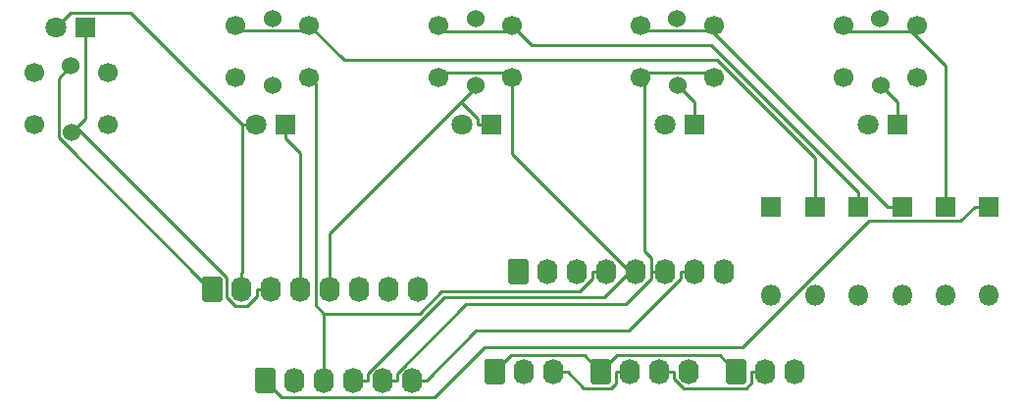
<source format=gbr>
G04 #@! TF.GenerationSoftware,KiCad,Pcbnew,(5.1.5-0-10_14)*
G04 #@! TF.CreationDate,2021-10-24T14:20:49+10:00*
G04 #@! TF.ProjectId,RWR_Control_Panel,5257525f-436f-46e7-9472-6f6c5f50616e,-*
G04 #@! TF.SameCoordinates,Original*
G04 #@! TF.FileFunction,Copper,L2,Bot*
G04 #@! TF.FilePolarity,Positive*
%FSLAX46Y46*%
G04 Gerber Fmt 4.6, Leading zero omitted, Abs format (unit mm)*
G04 Created by KiCad (PCBNEW (5.1.5-0-10_14)) date 2021-10-24 14:20:49*
%MOMM*%
%LPD*%
G04 APERTURE LIST*
%ADD10O,1.740000X2.190000*%
%ADD11C,0.100000*%
%ADD12O,1.800000X1.800000*%
%ADD13R,1.800000X1.800000*%
%ADD14C,1.800000*%
%ADD15C,1.524000*%
%ADD16C,1.700000*%
%ADD17C,0.250000*%
G04 APERTURE END LIST*
D10*
X168434000Y-108109000D03*
X165894000Y-108109000D03*
X163354000Y-108109000D03*
X160814000Y-108109000D03*
X158274000Y-108109000D03*
X155734000Y-108109000D03*
X153194000Y-108109000D03*
G04 #@! TA.AperFunction,ComponentPad*
D11*
G36*
X151298505Y-107015204D02*
G01*
X151322773Y-107018804D01*
X151346572Y-107024765D01*
X151369671Y-107033030D01*
X151391850Y-107043520D01*
X151412893Y-107056132D01*
X151432599Y-107070747D01*
X151450777Y-107087223D01*
X151467253Y-107105401D01*
X151481868Y-107125107D01*
X151494480Y-107146150D01*
X151504970Y-107168329D01*
X151513235Y-107191428D01*
X151519196Y-107215227D01*
X151522796Y-107239495D01*
X151524000Y-107263999D01*
X151524000Y-108954001D01*
X151522796Y-108978505D01*
X151519196Y-109002773D01*
X151513235Y-109026572D01*
X151504970Y-109049671D01*
X151494480Y-109071850D01*
X151481868Y-109092893D01*
X151467253Y-109112599D01*
X151450777Y-109130777D01*
X151432599Y-109147253D01*
X151412893Y-109161868D01*
X151391850Y-109174480D01*
X151369671Y-109184970D01*
X151346572Y-109193235D01*
X151322773Y-109199196D01*
X151298505Y-109202796D01*
X151274001Y-109204000D01*
X150033999Y-109204000D01*
X150009495Y-109202796D01*
X149985227Y-109199196D01*
X149961428Y-109193235D01*
X149938329Y-109184970D01*
X149916150Y-109174480D01*
X149895107Y-109161868D01*
X149875401Y-109147253D01*
X149857223Y-109130777D01*
X149840747Y-109112599D01*
X149826132Y-109092893D01*
X149813520Y-109071850D01*
X149803030Y-109049671D01*
X149794765Y-109026572D01*
X149788804Y-109002773D01*
X149785204Y-108978505D01*
X149784000Y-108954001D01*
X149784000Y-107263999D01*
X149785204Y-107239495D01*
X149788804Y-107215227D01*
X149794765Y-107191428D01*
X149803030Y-107168329D01*
X149813520Y-107146150D01*
X149826132Y-107125107D01*
X149840747Y-107105401D01*
X149857223Y-107087223D01*
X149875401Y-107070747D01*
X149895107Y-107056132D01*
X149916150Y-107043520D01*
X149938329Y-107033030D01*
X149961428Y-107024765D01*
X149985227Y-107018804D01*
X150009495Y-107015204D01*
X150033999Y-107014000D01*
X151274001Y-107014000D01*
X151298505Y-107015204D01*
G37*
G04 #@! TD.AperFunction*
D10*
X165386000Y-116745000D03*
X162846000Y-116745000D03*
X160306000Y-116745000D03*
G04 #@! TA.AperFunction,ComponentPad*
D11*
G36*
X158410505Y-115651204D02*
G01*
X158434773Y-115654804D01*
X158458572Y-115660765D01*
X158481671Y-115669030D01*
X158503850Y-115679520D01*
X158524893Y-115692132D01*
X158544599Y-115706747D01*
X158562777Y-115723223D01*
X158579253Y-115741401D01*
X158593868Y-115761107D01*
X158606480Y-115782150D01*
X158616970Y-115804329D01*
X158625235Y-115827428D01*
X158631196Y-115851227D01*
X158634796Y-115875495D01*
X158636000Y-115899999D01*
X158636000Y-117590001D01*
X158634796Y-117614505D01*
X158631196Y-117638773D01*
X158625235Y-117662572D01*
X158616970Y-117685671D01*
X158606480Y-117707850D01*
X158593868Y-117728893D01*
X158579253Y-117748599D01*
X158562777Y-117766777D01*
X158544599Y-117783253D01*
X158524893Y-117797868D01*
X158503850Y-117810480D01*
X158481671Y-117820970D01*
X158458572Y-117829235D01*
X158434773Y-117835196D01*
X158410505Y-117838796D01*
X158386001Y-117840000D01*
X157145999Y-117840000D01*
X157121495Y-117838796D01*
X157097227Y-117835196D01*
X157073428Y-117829235D01*
X157050329Y-117820970D01*
X157028150Y-117810480D01*
X157007107Y-117797868D01*
X156987401Y-117783253D01*
X156969223Y-117766777D01*
X156952747Y-117748599D01*
X156938132Y-117728893D01*
X156925520Y-117707850D01*
X156915030Y-117685671D01*
X156906765Y-117662572D01*
X156900804Y-117638773D01*
X156897204Y-117614505D01*
X156896000Y-117590001D01*
X156896000Y-115899999D01*
X156897204Y-115875495D01*
X156900804Y-115851227D01*
X156906765Y-115827428D01*
X156915030Y-115804329D01*
X156925520Y-115782150D01*
X156938132Y-115761107D01*
X156952747Y-115741401D01*
X156969223Y-115723223D01*
X156987401Y-115706747D01*
X157007107Y-115692132D01*
X157028150Y-115679520D01*
X157050329Y-115669030D01*
X157073428Y-115660765D01*
X157097227Y-115654804D01*
X157121495Y-115651204D01*
X157145999Y-115650000D01*
X158386001Y-115650000D01*
X158410505Y-115651204D01*
G37*
G04 #@! TD.AperFunction*
D10*
X141510000Y-117507000D03*
X138970000Y-117507000D03*
X136430000Y-117507000D03*
X133890000Y-117507000D03*
X131350000Y-117507000D03*
G04 #@! TA.AperFunction,ComponentPad*
D11*
G36*
X129454505Y-116413204D02*
G01*
X129478773Y-116416804D01*
X129502572Y-116422765D01*
X129525671Y-116431030D01*
X129547850Y-116441520D01*
X129568893Y-116454132D01*
X129588599Y-116468747D01*
X129606777Y-116485223D01*
X129623253Y-116503401D01*
X129637868Y-116523107D01*
X129650480Y-116544150D01*
X129660970Y-116566329D01*
X129669235Y-116589428D01*
X129675196Y-116613227D01*
X129678796Y-116637495D01*
X129680000Y-116661999D01*
X129680000Y-118352001D01*
X129678796Y-118376505D01*
X129675196Y-118400773D01*
X129669235Y-118424572D01*
X129660970Y-118447671D01*
X129650480Y-118469850D01*
X129637868Y-118490893D01*
X129623253Y-118510599D01*
X129606777Y-118528777D01*
X129588599Y-118545253D01*
X129568893Y-118559868D01*
X129547850Y-118572480D01*
X129525671Y-118582970D01*
X129502572Y-118591235D01*
X129478773Y-118597196D01*
X129454505Y-118600796D01*
X129430001Y-118602000D01*
X128189999Y-118602000D01*
X128165495Y-118600796D01*
X128141227Y-118597196D01*
X128117428Y-118591235D01*
X128094329Y-118582970D01*
X128072150Y-118572480D01*
X128051107Y-118559868D01*
X128031401Y-118545253D01*
X128013223Y-118528777D01*
X127996747Y-118510599D01*
X127982132Y-118490893D01*
X127969520Y-118469850D01*
X127959030Y-118447671D01*
X127950765Y-118424572D01*
X127944804Y-118400773D01*
X127941204Y-118376505D01*
X127940000Y-118352001D01*
X127940000Y-116661999D01*
X127941204Y-116637495D01*
X127944804Y-116613227D01*
X127950765Y-116589428D01*
X127959030Y-116566329D01*
X127969520Y-116544150D01*
X127982132Y-116523107D01*
X127996747Y-116503401D01*
X128013223Y-116485223D01*
X128031401Y-116468747D01*
X128051107Y-116454132D01*
X128072150Y-116441520D01*
X128094329Y-116431030D01*
X128117428Y-116422765D01*
X128141227Y-116416804D01*
X128165495Y-116413204D01*
X128189999Y-116412000D01*
X129430001Y-116412000D01*
X129454505Y-116413204D01*
G37*
G04 #@! TD.AperFunction*
D10*
X153702000Y-116745000D03*
X151162000Y-116745000D03*
G04 #@! TA.AperFunction,ComponentPad*
D11*
G36*
X149266505Y-115651204D02*
G01*
X149290773Y-115654804D01*
X149314572Y-115660765D01*
X149337671Y-115669030D01*
X149359850Y-115679520D01*
X149380893Y-115692132D01*
X149400599Y-115706747D01*
X149418777Y-115723223D01*
X149435253Y-115741401D01*
X149449868Y-115761107D01*
X149462480Y-115782150D01*
X149472970Y-115804329D01*
X149481235Y-115827428D01*
X149487196Y-115851227D01*
X149490796Y-115875495D01*
X149492000Y-115899999D01*
X149492000Y-117590001D01*
X149490796Y-117614505D01*
X149487196Y-117638773D01*
X149481235Y-117662572D01*
X149472970Y-117685671D01*
X149462480Y-117707850D01*
X149449868Y-117728893D01*
X149435253Y-117748599D01*
X149418777Y-117766777D01*
X149400599Y-117783253D01*
X149380893Y-117797868D01*
X149359850Y-117810480D01*
X149337671Y-117820970D01*
X149314572Y-117829235D01*
X149290773Y-117835196D01*
X149266505Y-117838796D01*
X149242001Y-117840000D01*
X148001999Y-117840000D01*
X147977495Y-117838796D01*
X147953227Y-117835196D01*
X147929428Y-117829235D01*
X147906329Y-117820970D01*
X147884150Y-117810480D01*
X147863107Y-117797868D01*
X147843401Y-117783253D01*
X147825223Y-117766777D01*
X147808747Y-117748599D01*
X147794132Y-117728893D01*
X147781520Y-117707850D01*
X147771030Y-117685671D01*
X147762765Y-117662572D01*
X147756804Y-117638773D01*
X147753204Y-117614505D01*
X147752000Y-117590001D01*
X147752000Y-115899999D01*
X147753204Y-115875495D01*
X147756804Y-115851227D01*
X147762765Y-115827428D01*
X147771030Y-115804329D01*
X147781520Y-115782150D01*
X147794132Y-115761107D01*
X147808747Y-115741401D01*
X147825223Y-115723223D01*
X147843401Y-115706747D01*
X147863107Y-115692132D01*
X147884150Y-115679520D01*
X147906329Y-115669030D01*
X147929428Y-115660765D01*
X147953227Y-115654804D01*
X147977495Y-115651204D01*
X148001999Y-115650000D01*
X149242001Y-115650000D01*
X149266505Y-115651204D01*
G37*
G04 #@! TD.AperFunction*
D10*
X174530000Y-116745000D03*
X171990000Y-116745000D03*
G04 #@! TA.AperFunction,ComponentPad*
D11*
G36*
X170094505Y-115651204D02*
G01*
X170118773Y-115654804D01*
X170142572Y-115660765D01*
X170165671Y-115669030D01*
X170187850Y-115679520D01*
X170208893Y-115692132D01*
X170228599Y-115706747D01*
X170246777Y-115723223D01*
X170263253Y-115741401D01*
X170277868Y-115761107D01*
X170290480Y-115782150D01*
X170300970Y-115804329D01*
X170309235Y-115827428D01*
X170315196Y-115851227D01*
X170318796Y-115875495D01*
X170320000Y-115899999D01*
X170320000Y-117590001D01*
X170318796Y-117614505D01*
X170315196Y-117638773D01*
X170309235Y-117662572D01*
X170300970Y-117685671D01*
X170290480Y-117707850D01*
X170277868Y-117728893D01*
X170263253Y-117748599D01*
X170246777Y-117766777D01*
X170228599Y-117783253D01*
X170208893Y-117797868D01*
X170187850Y-117810480D01*
X170165671Y-117820970D01*
X170142572Y-117829235D01*
X170118773Y-117835196D01*
X170094505Y-117838796D01*
X170070001Y-117840000D01*
X168829999Y-117840000D01*
X168805495Y-117838796D01*
X168781227Y-117835196D01*
X168757428Y-117829235D01*
X168734329Y-117820970D01*
X168712150Y-117810480D01*
X168691107Y-117797868D01*
X168671401Y-117783253D01*
X168653223Y-117766777D01*
X168636747Y-117748599D01*
X168622132Y-117728893D01*
X168609520Y-117707850D01*
X168599030Y-117685671D01*
X168590765Y-117662572D01*
X168584804Y-117638773D01*
X168581204Y-117614505D01*
X168580000Y-117590001D01*
X168580000Y-115899999D01*
X168581204Y-115875495D01*
X168584804Y-115851227D01*
X168590765Y-115827428D01*
X168599030Y-115804329D01*
X168609520Y-115782150D01*
X168622132Y-115761107D01*
X168636747Y-115741401D01*
X168653223Y-115723223D01*
X168671401Y-115706747D01*
X168691107Y-115692132D01*
X168712150Y-115679520D01*
X168734329Y-115669030D01*
X168757428Y-115660765D01*
X168781227Y-115654804D01*
X168805495Y-115651204D01*
X168829999Y-115650000D01*
X170070001Y-115650000D01*
X170094505Y-115651204D01*
G37*
G04 #@! TD.AperFunction*
D10*
X142018000Y-109633000D03*
X139478000Y-109633000D03*
X136938000Y-109633000D03*
X134398000Y-109633000D03*
X131858000Y-109633000D03*
X129318000Y-109633000D03*
X126778000Y-109633000D03*
G04 #@! TA.AperFunction,ComponentPad*
D11*
G36*
X124882505Y-108539204D02*
G01*
X124906773Y-108542804D01*
X124930572Y-108548765D01*
X124953671Y-108557030D01*
X124975850Y-108567520D01*
X124996893Y-108580132D01*
X125016599Y-108594747D01*
X125034777Y-108611223D01*
X125051253Y-108629401D01*
X125065868Y-108649107D01*
X125078480Y-108670150D01*
X125088970Y-108692329D01*
X125097235Y-108715428D01*
X125103196Y-108739227D01*
X125106796Y-108763495D01*
X125108000Y-108787999D01*
X125108000Y-110478001D01*
X125106796Y-110502505D01*
X125103196Y-110526773D01*
X125097235Y-110550572D01*
X125088970Y-110573671D01*
X125078480Y-110595850D01*
X125065868Y-110616893D01*
X125051253Y-110636599D01*
X125034777Y-110654777D01*
X125016599Y-110671253D01*
X124996893Y-110685868D01*
X124975850Y-110698480D01*
X124953671Y-110708970D01*
X124930572Y-110717235D01*
X124906773Y-110723196D01*
X124882505Y-110726796D01*
X124858001Y-110728000D01*
X123617999Y-110728000D01*
X123593495Y-110726796D01*
X123569227Y-110723196D01*
X123545428Y-110717235D01*
X123522329Y-110708970D01*
X123500150Y-110698480D01*
X123479107Y-110685868D01*
X123459401Y-110671253D01*
X123441223Y-110654777D01*
X123424747Y-110636599D01*
X123410132Y-110616893D01*
X123397520Y-110595850D01*
X123387030Y-110573671D01*
X123378765Y-110550572D01*
X123372804Y-110526773D01*
X123369204Y-110502505D01*
X123368000Y-110478001D01*
X123368000Y-108787999D01*
X123369204Y-108763495D01*
X123372804Y-108739227D01*
X123378765Y-108715428D01*
X123387030Y-108692329D01*
X123397520Y-108670150D01*
X123410132Y-108649107D01*
X123424747Y-108629401D01*
X123441223Y-108611223D01*
X123459401Y-108594747D01*
X123479107Y-108580132D01*
X123500150Y-108567520D01*
X123522329Y-108557030D01*
X123545428Y-108548765D01*
X123569227Y-108542804D01*
X123593495Y-108539204D01*
X123617999Y-108538000D01*
X124858001Y-108538000D01*
X124882505Y-108539204D01*
G37*
G04 #@! TD.AperFunction*
D12*
X191294000Y-110141000D03*
D13*
X191294000Y-102521000D03*
D12*
X187535000Y-110141000D03*
D13*
X187535000Y-102521000D03*
D14*
X180880000Y-95408800D03*
D13*
X183420000Y-95408800D03*
D12*
X183775000Y-110141000D03*
D13*
X183775000Y-102521000D03*
D14*
X163354000Y-95408800D03*
D13*
X165894000Y-95408800D03*
D12*
X180016000Y-110141000D03*
D13*
X180016000Y-102521000D03*
D14*
X145828000Y-95408800D03*
D13*
X148368000Y-95408800D03*
D12*
X176257000Y-110141000D03*
D13*
X176257000Y-102521000D03*
D14*
X128048000Y-95408800D03*
D13*
X130588000Y-95408800D03*
D12*
X172498000Y-110141000D03*
D13*
X172498000Y-102521000D03*
D14*
X110776000Y-87026800D03*
D13*
X113316000Y-87026800D03*
D15*
X181936000Y-92037800D03*
X181896000Y-86246800D03*
D16*
X185071000Y-91326800D03*
X178721000Y-91326800D03*
X185071000Y-86881800D03*
X178721000Y-86881800D03*
D15*
X164410000Y-92037800D03*
X164370000Y-86246800D03*
D16*
X167545000Y-91326800D03*
X161195000Y-91326800D03*
X167545000Y-86881800D03*
X161195000Y-86881800D03*
D15*
X147011000Y-92037800D03*
X146971000Y-86246800D03*
D16*
X150146000Y-91326800D03*
X143796000Y-91326800D03*
X150146000Y-86881800D03*
X143796000Y-86881800D03*
D15*
X129485000Y-92037800D03*
X129445000Y-86246800D03*
D16*
X132620000Y-91326800D03*
X126270000Y-91326800D03*
X132620000Y-86881800D03*
X126270000Y-86881800D03*
D15*
X112086000Y-96137800D03*
X112046000Y-90346800D03*
D16*
X115221000Y-95426800D03*
X108871000Y-95426800D03*
X115221000Y-90981800D03*
X108871000Y-90981800D03*
D17*
X132620000Y-86881800D02*
X135597100Y-89858900D01*
X135597100Y-89858900D02*
X167777400Y-89858900D01*
X167777400Y-89858900D02*
X176257000Y-98338500D01*
X176257000Y-98338500D02*
X176257000Y-102521000D01*
X126270000Y-86881800D02*
X126726100Y-87337900D01*
X126726100Y-87337900D02*
X132163900Y-87337900D01*
X132163900Y-87337900D02*
X132620000Y-86881800D01*
X164698700Y-108109000D02*
X164698700Y-108697100D01*
X164698700Y-108697100D02*
X160174700Y-113221100D01*
X160174700Y-113221100D02*
X146991100Y-113221100D01*
X146991100Y-113221100D02*
X146991100Y-113221200D01*
X146991100Y-113221200D02*
X142705300Y-117507000D01*
X141510000Y-117507000D02*
X142705300Y-117507000D01*
X165894000Y-108109000D02*
X164698700Y-108109000D01*
X140165300Y-117507000D02*
X140165300Y-116909400D01*
X140165300Y-116909400D02*
X146122200Y-110952500D01*
X146122200Y-110952500D02*
X159891700Y-110952500D01*
X159891700Y-110952500D02*
X162158700Y-108685500D01*
X162158700Y-108685500D02*
X162158700Y-108109000D01*
X138970000Y-117507000D02*
X140165300Y-117507000D01*
X161571400Y-91326800D02*
X161571400Y-106326400D01*
X161571400Y-106326400D02*
X162158700Y-106913700D01*
X162158700Y-106913700D02*
X162158700Y-108109000D01*
X167545000Y-91326800D02*
X167168600Y-90950400D01*
X167168600Y-90950400D02*
X161947800Y-90950400D01*
X161947800Y-90950400D02*
X161571400Y-91326800D01*
X161571400Y-91326800D02*
X161195000Y-91326800D01*
X163354000Y-108109000D02*
X162158700Y-108109000D01*
X160265900Y-108106100D02*
X158065100Y-110306900D01*
X158065100Y-110306900D02*
X144254500Y-110306900D01*
X144254500Y-110306900D02*
X137625300Y-116936100D01*
X137625300Y-116936100D02*
X137625300Y-117507000D01*
X150146000Y-91326800D02*
X150146000Y-97986200D01*
X150146000Y-97986200D02*
X160265900Y-108106100D01*
X160265900Y-108106100D02*
X160339600Y-108106100D01*
X160339600Y-108106100D02*
X160342500Y-108109000D01*
X136430000Y-117507000D02*
X137625300Y-117507000D01*
X160814000Y-108109000D02*
X160342500Y-108109000D01*
X143796000Y-91326800D02*
X144182700Y-90940100D01*
X144182700Y-90940100D02*
X149759300Y-90940100D01*
X149759300Y-90940100D02*
X150146000Y-91326800D01*
X133890000Y-111743800D02*
X142153900Y-111743800D01*
X142153900Y-111743800D02*
X144041200Y-109856500D01*
X144041200Y-109856500D02*
X155928800Y-109856500D01*
X155928800Y-109856500D02*
X157078700Y-108706600D01*
X157078700Y-108706600D02*
X157078700Y-108109000D01*
X132620000Y-91326800D02*
X133179600Y-91886400D01*
X133179600Y-91886400D02*
X133179600Y-111033400D01*
X133179600Y-111033400D02*
X133890000Y-111743800D01*
X133890000Y-111743800D02*
X133890000Y-116086700D01*
X158274000Y-108109000D02*
X157078700Y-108109000D01*
X133890000Y-117507000D02*
X133890000Y-116086700D01*
X160306000Y-116745000D02*
X159110700Y-116745000D01*
X153702000Y-116745000D02*
X154897300Y-116745000D01*
X154897300Y-116745000D02*
X156329100Y-118176800D01*
X156329100Y-118176800D02*
X158688400Y-118176800D01*
X158688400Y-118176800D02*
X159110700Y-117754500D01*
X159110700Y-117754500D02*
X159110700Y-116745000D01*
X162846000Y-116745000D02*
X164041300Y-116745000D01*
X171990000Y-116745000D02*
X170794700Y-116745000D01*
X170794700Y-116745000D02*
X170794700Y-117716200D01*
X170794700Y-117716200D02*
X170317500Y-118193400D01*
X170317500Y-118193400D02*
X164892000Y-118193400D01*
X164892000Y-118193400D02*
X164041300Y-117342700D01*
X164041300Y-117342700D02*
X164041300Y-116745000D01*
X169450000Y-116745000D02*
X168029600Y-115324600D01*
X168029600Y-115324600D02*
X159186400Y-115324600D01*
X159186400Y-115324600D02*
X157766000Y-116745000D01*
X148622000Y-116745000D02*
X150042400Y-115324600D01*
X150042400Y-115324600D02*
X156345600Y-115324600D01*
X156345600Y-115324600D02*
X157766000Y-116745000D01*
X126793600Y-95408800D02*
X126793600Y-108197100D01*
X126793600Y-108197100D02*
X126778000Y-108212700D01*
X110776000Y-87026800D02*
X112001400Y-85801400D01*
X112001400Y-85801400D02*
X117186200Y-85801400D01*
X117186200Y-85801400D02*
X126793600Y-95408800D01*
X126793600Y-95408800D02*
X128048000Y-95408800D01*
X126778000Y-109633000D02*
X126778000Y-108212700D01*
X112559100Y-95664700D02*
X112086000Y-96137800D01*
X113316000Y-87026800D02*
X113316000Y-94907800D01*
X113316000Y-94907800D02*
X112559100Y-95664700D01*
X112559100Y-95664700D02*
X125508500Y-108614200D01*
X125508500Y-108614200D02*
X125508500Y-110353400D01*
X125508500Y-110353400D02*
X126219300Y-111064200D01*
X126219300Y-111064200D02*
X127289100Y-111064200D01*
X127289100Y-111064200D02*
X128122700Y-110230600D01*
X128122700Y-110230600D02*
X128122700Y-109633000D01*
X129318000Y-109633000D02*
X128122700Y-109633000D01*
X130588000Y-95408800D02*
X130588000Y-96634100D01*
X130588000Y-96634100D02*
X131858000Y-97904100D01*
X131858000Y-97904100D02*
X131858000Y-109633000D01*
X145699200Y-93505800D02*
X134398000Y-104807000D01*
X134398000Y-104807000D02*
X134398000Y-109633000D01*
X147011000Y-92037800D02*
X147011000Y-92194000D01*
X147011000Y-92194000D02*
X145699200Y-93505800D01*
X145699200Y-93505800D02*
X147142700Y-94949300D01*
X147142700Y-94949300D02*
X147142700Y-95408800D01*
X148368000Y-95408800D02*
X147142700Y-95408800D01*
X143796000Y-86881800D02*
X144259900Y-87345700D01*
X144259900Y-87345700D02*
X149682100Y-87345700D01*
X149682100Y-87345700D02*
X150146000Y-86881800D01*
X150146000Y-86881800D02*
X151837700Y-88573500D01*
X151837700Y-88573500D02*
X167293800Y-88573500D01*
X167293800Y-88573500D02*
X180016000Y-101295700D01*
X180016000Y-102521000D02*
X180016000Y-101295700D01*
X164410000Y-92037800D02*
X165894000Y-93521800D01*
X165894000Y-93521800D02*
X165894000Y-95408800D01*
X167227800Y-87199000D02*
X167545000Y-86881800D01*
X161195000Y-86881800D02*
X161651100Y-87337900D01*
X161651100Y-87337900D02*
X167088900Y-87337900D01*
X167088900Y-87337900D02*
X167227800Y-87199000D01*
X167227800Y-87199000D02*
X182549700Y-102521000D01*
X183775000Y-102521000D02*
X182549700Y-102521000D01*
X181936000Y-92037800D02*
X183420000Y-93521800D01*
X183420000Y-93521800D02*
X183420000Y-95408800D01*
X184572000Y-87380800D02*
X185071000Y-86881800D01*
X178721000Y-86881800D02*
X179220000Y-87380800D01*
X179220000Y-87380800D02*
X184572000Y-87380800D01*
X184572000Y-87380800D02*
X187535000Y-90343800D01*
X187535000Y-90343800D02*
X187535000Y-102521000D01*
X191294000Y-102521000D02*
X190068700Y-102521000D01*
X190068700Y-102521000D02*
X188843400Y-103746300D01*
X188843400Y-103746300D02*
X180912400Y-103746300D01*
X180912400Y-103746300D02*
X170030400Y-114628300D01*
X170030400Y-114628300D02*
X147706000Y-114628300D01*
X147706000Y-114628300D02*
X143401700Y-118932600D01*
X143401700Y-118932600D02*
X130235600Y-118932600D01*
X130235600Y-118932600D02*
X128810000Y-117507000D01*
X112046000Y-90346800D02*
X110960600Y-91432200D01*
X110960600Y-91432200D02*
X110960600Y-96571100D01*
X110960600Y-96571100D02*
X124022500Y-109633000D01*
X124022500Y-109633000D02*
X124238000Y-109633000D01*
M02*

</source>
